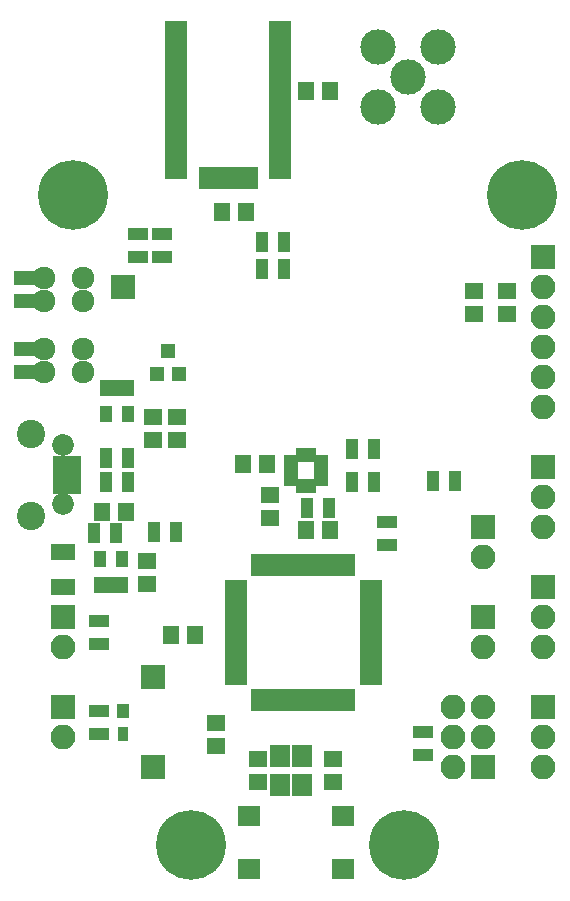
<source format=gbr>
G04 #@! TF.FileFunction,Soldermask,Top*
%FSLAX46Y46*%
G04 Gerber Fmt 4.6, Leading zero omitted, Abs format (unit mm)*
G04 Created by KiCad (PCBNEW 4.0.7-e2-6376~58~ubuntu16.04.1) date Wed Mar 28 23:24:04 2018*
%MOMM*%
%LPD*%
G01*
G04 APERTURE LIST*
%ADD10C,0.100000*%
%ADD11R,1.100000X1.700000*%
%ADD12C,3.000000*%
%ADD13R,2.000000X1.400000*%
%ADD14R,1.650000X1.400000*%
%ADD15R,1.400000X1.650000*%
%ADD16R,1.200000X1.300000*%
%ADD17R,1.100000X1.200000*%
%ADD18R,0.900000X1.200000*%
%ADD19R,1.050000X1.460000*%
%ADD20R,2.400000X0.800000*%
%ADD21C,1.850000*%
%ADD22C,2.400000*%
%ADD23R,2.100000X2.100000*%
%ADD24O,2.100000X2.100000*%
%ADD25C,5.900000*%
%ADD26R,1.700000X1.100000*%
%ADD27C,1.924000*%
%ADD28R,2.400000X1.300000*%
%ADD29R,1.950000X1.700000*%
%ADD30R,1.900000X1.100000*%
%ADD31R,1.900000X1.400000*%
%ADD32R,1.100000X1.900000*%
%ADD33R,1.900000X0.950000*%
%ADD34R,0.950000X1.900000*%
%ADD35R,1.800000X1.900000*%
%ADD36R,1.213000X0.705000*%
%ADD37R,0.705000X1.213000*%
G04 APERTURE END LIST*
D10*
D11*
X111826000Y-104521000D03*
X113726000Y-104521000D03*
D12*
X135890000Y-63500000D03*
X130810000Y-63500000D03*
X130810000Y-68580000D03*
X135890000Y-68580000D03*
X133350000Y-66040000D03*
D13*
X104140000Y-109196000D03*
X104140000Y-106196000D03*
D14*
X111252000Y-108950000D03*
X111252000Y-106950000D03*
X111760000Y-94758000D03*
X111760000Y-96758000D03*
X138938000Y-84090000D03*
X138938000Y-86090000D03*
X117094000Y-120666000D03*
X117094000Y-122666000D03*
X141732000Y-84090000D03*
X141732000Y-86090000D03*
X121666000Y-101362000D03*
X121666000Y-103362000D03*
X113792000Y-94758000D03*
X113792000Y-96758000D03*
D15*
X119618000Y-77470000D03*
X117618000Y-77470000D03*
X124730000Y-67183000D03*
X126730000Y-67183000D03*
D14*
X127000000Y-125714000D03*
X127000000Y-123714000D03*
X120650000Y-123714000D03*
X120650000Y-125714000D03*
D15*
X115300000Y-113284000D03*
X113300000Y-113284000D03*
X124730000Y-104394000D03*
X126730000Y-104394000D03*
X121396000Y-98806000D03*
X119396000Y-98806000D03*
X109458000Y-102870000D03*
X107458000Y-102870000D03*
D16*
X112080000Y-91170000D03*
X113980000Y-91170000D03*
X113030000Y-89170000D03*
D17*
X109220000Y-119650000D03*
D18*
X109220000Y-121650000D03*
D19*
X107254000Y-109050000D03*
X108204000Y-109050000D03*
X109154000Y-109050000D03*
X109154000Y-106850000D03*
X107254000Y-106850000D03*
D20*
X104465000Y-98395000D03*
X104465000Y-99045000D03*
X104465000Y-99695000D03*
X104465000Y-100345000D03*
X104465000Y-100995000D03*
D21*
X104140000Y-97195000D03*
X104140000Y-102195000D03*
D22*
X101440000Y-96195000D03*
X101440000Y-103195000D03*
D23*
X139700000Y-124460000D03*
D24*
X137160000Y-124460000D03*
X139700000Y-121920000D03*
X137160000Y-121920000D03*
X139700000Y-119380000D03*
X137160000Y-119380000D03*
D23*
X104140000Y-111760000D03*
D24*
X104140000Y-114300000D03*
D23*
X104140000Y-119380000D03*
D24*
X104140000Y-121920000D03*
D23*
X144780000Y-81280000D03*
D24*
X144780000Y-83820000D03*
X144780000Y-86360000D03*
X144780000Y-88900000D03*
X144780000Y-91440000D03*
X144780000Y-93980000D03*
D25*
X105000000Y-76000000D03*
X133000000Y-131000000D03*
X143000000Y-76000000D03*
X115000000Y-131000000D03*
D23*
X111760000Y-116840000D03*
X109220000Y-83820000D03*
X111760000Y-124460000D03*
X144780000Y-99060000D03*
D24*
X144780000Y-101600000D03*
X144780000Y-104140000D03*
D23*
X144780000Y-119380000D03*
D24*
X144780000Y-121920000D03*
X144780000Y-124460000D03*
D23*
X144780000Y-109220000D03*
D24*
X144780000Y-111760000D03*
X144780000Y-114300000D03*
D23*
X139700000Y-111760000D03*
D24*
X139700000Y-114300000D03*
D23*
X139700000Y-104140000D03*
D24*
X139700000Y-106680000D03*
D26*
X112522000Y-81214000D03*
X112522000Y-79314000D03*
X110490000Y-81214000D03*
X110490000Y-79314000D03*
D11*
X109662000Y-100330000D03*
X107762000Y-100330000D03*
X109662000Y-98298000D03*
X107762000Y-98298000D03*
D26*
X134620000Y-123378000D03*
X134620000Y-121478000D03*
D11*
X130490000Y-97536000D03*
X128590000Y-97536000D03*
X130490000Y-100330000D03*
X128590000Y-100330000D03*
X120970000Y-80010000D03*
X122870000Y-80010000D03*
D26*
X107188000Y-112080000D03*
X107188000Y-113980000D03*
D11*
X120970000Y-82296000D03*
X122870000Y-82296000D03*
D26*
X107188000Y-121600000D03*
X107188000Y-119700000D03*
D11*
X108646000Y-104648000D03*
X106746000Y-104648000D03*
X124780000Y-102489000D03*
X126680000Y-102489000D03*
D26*
X131572000Y-105598000D03*
X131572000Y-103698000D03*
D27*
X102490000Y-82995000D03*
X102490000Y-84995000D03*
X102490000Y-88995000D03*
X102490000Y-90995000D03*
X105790000Y-82995000D03*
X105790000Y-84995000D03*
X105790000Y-88995000D03*
X105790000Y-90995000D03*
D28*
X101140000Y-82995000D03*
X101140000Y-84995000D03*
X101140000Y-88995000D03*
X101140000Y-90995000D03*
D29*
X127805000Y-128560000D03*
X127805000Y-133060000D03*
X119845000Y-133060000D03*
X119845000Y-128560000D03*
D19*
X109662000Y-92372000D03*
X108712000Y-92372000D03*
X107762000Y-92372000D03*
X107762000Y-94572000D03*
X109662000Y-94572000D03*
D30*
X122510000Y-74130000D03*
X122510000Y-73130000D03*
X122510000Y-72130000D03*
X122510000Y-71130000D03*
X122510000Y-70130000D03*
X122510000Y-69130000D03*
X122510000Y-68130000D03*
X122510000Y-67130000D03*
X122510000Y-66130000D03*
X122510000Y-65130000D03*
X122510000Y-64130000D03*
X122510000Y-63130000D03*
D31*
X122510000Y-61980000D03*
X113710000Y-61980000D03*
D30*
X113710000Y-63130000D03*
X113710000Y-64130000D03*
X113710000Y-65130000D03*
X113710000Y-66130000D03*
X113710000Y-67130000D03*
X113710000Y-68130000D03*
X113710000Y-69130000D03*
X113710000Y-70130000D03*
X113710000Y-71130000D03*
X113710000Y-72130000D03*
X113710000Y-73130000D03*
X113710000Y-74130000D03*
D32*
X116110000Y-74530000D03*
X117110000Y-74530000D03*
X118110000Y-74530000D03*
X119110000Y-74530000D03*
X120110000Y-74530000D03*
D33*
X118760000Y-109030000D03*
X118760000Y-109830000D03*
X118760000Y-110630000D03*
X118760000Y-111430000D03*
X118760000Y-112230000D03*
X118760000Y-113030000D03*
X118760000Y-113830000D03*
X118760000Y-114630000D03*
X118760000Y-115430000D03*
X118760000Y-116230000D03*
X118760000Y-117030000D03*
D34*
X120460000Y-118730000D03*
X121260000Y-118730000D03*
X122060000Y-118730000D03*
X122860000Y-118730000D03*
X123660000Y-118730000D03*
X124460000Y-118730000D03*
X125260000Y-118730000D03*
X126060000Y-118730000D03*
X126860000Y-118730000D03*
X127660000Y-118730000D03*
X128460000Y-118730000D03*
D33*
X130160000Y-117030000D03*
X130160000Y-116230000D03*
X130160000Y-115430000D03*
X130160000Y-114630000D03*
X130160000Y-113830000D03*
X130160000Y-113030000D03*
X130160000Y-112230000D03*
X130160000Y-111430000D03*
X130160000Y-110630000D03*
X130160000Y-109830000D03*
X130160000Y-109030000D03*
D34*
X128460000Y-107330000D03*
X127660000Y-107330000D03*
X126860000Y-107330000D03*
X126060000Y-107330000D03*
X125260000Y-107330000D03*
X124460000Y-107330000D03*
X123660000Y-107330000D03*
X122860000Y-107330000D03*
X122060000Y-107330000D03*
X121260000Y-107330000D03*
X120460000Y-107330000D03*
D35*
X124394000Y-125914000D03*
X122494000Y-123514000D03*
X124394000Y-123514000D03*
X122494000Y-125914000D03*
D36*
X123439000Y-100314000D03*
X123439000Y-99814000D03*
X123439000Y-99314000D03*
X123439000Y-98814000D03*
X123439000Y-98314000D03*
D37*
X124214000Y-98039000D03*
X124714000Y-98039000D03*
X125214000Y-98039000D03*
D36*
X125989000Y-98314000D03*
X125989000Y-98814000D03*
X125989000Y-99314000D03*
X125989000Y-99814000D03*
X125989000Y-100314000D03*
D37*
X125214000Y-100589000D03*
X124714000Y-100589000D03*
X124214000Y-100589000D03*
D11*
X137348000Y-100203000D03*
X135448000Y-100203000D03*
M02*

</source>
